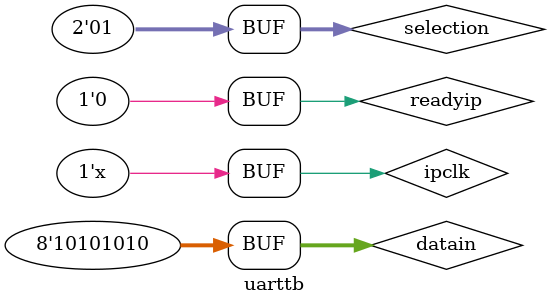
<source format=v>
`include "uart_baud.v"
`include "uarttransmitter.v"
`include "uartreceiver.v"
module uart ( tx , datain , ipclk , readyop , data , selection , readyip ) ;
output tx , readyop ;
output [7:0] data ;
input ipclk ;
input [7:0] datain ;
input [1:0] selection ;
input readyip ;
baud_gen        x1 ( .count(count) , .ipclk(ipclk) , .selection(selection) );
uarttransmitter x2 (.tx(tx) , .datain(datain) , .ready(readyip) , .ipclk(ipclk) );
uartreceiver    x3 (.ready(readyop) , .data(data) , .rx(tx) , .ipclk(ipclk) );

endmodule 

module uarttb() ;
wire tx , readyop ;
wire [7:0] data ;
reg ipclk ;
reg [7:0] datain ;
reg [1:0] selection ;
reg readyip ;
uart u1 ( .tx(tx) , .datain(datain) , .ipclk(ipclk) , .readyop(readyop) , .data(data) , .selection(selection) , .readyip(readyip)) ;
/*
initial 
 begin
	$monitor ("time=%g,dataout=%b",$time,data);
 end
*/
initial 
	ipclk = 0 ;

always 
	#20 ipclk = ~ipclk ;

initial
 begin 
	datain    = 8'b10101010;
  	selection = 2'b01;
	readyip   = 1'b1 ;	
 end

initial 
 #500 readyip = 1'b0 ;

endmodule



</source>
